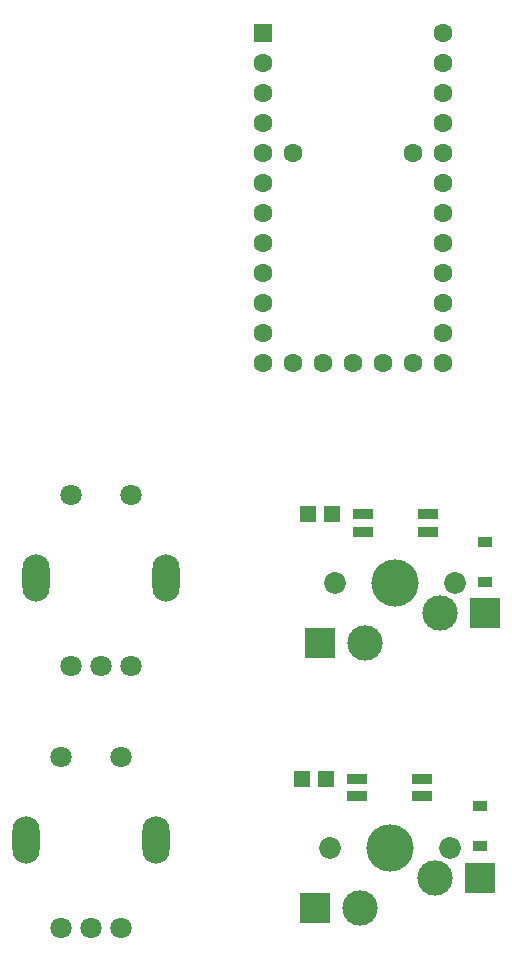
<source format=gbr>
G04 #@! TF.GenerationSoftware,KiCad,Pcbnew,(6.0.2)*
G04 #@! TF.CreationDate,2022-03-11T19:19:16+08:00*
G04 #@! TF.ProjectId,test,74657374-2e6b-4696-9361-645f70636258,rev?*
G04 #@! TF.SameCoordinates,Original*
G04 #@! TF.FileFunction,Soldermask,Bot*
G04 #@! TF.FilePolarity,Negative*
%FSLAX46Y46*%
G04 Gerber Fmt 4.6, Leading zero omitted, Abs format (unit mm)*
G04 Created by KiCad (PCBNEW (6.0.2)) date 2022-03-11 19:19:16*
%MOMM*%
%LPD*%
G01*
G04 APERTURE LIST*
%ADD10O,2.300000X4.000000*%
%ADD11C,1.800000*%
%ADD12R,1.600000X1.600000*%
%ADD13C,1.600000*%
%ADD14C,3.000000*%
%ADD15C,1.850000*%
%ADD16C,4.000000*%
%ADD17R,1.778000X0.889000*%
%ADD18R,1.410000X1.350000*%
%ADD19R,2.540000X2.540000*%
%ADD20R,1.150000X0.950000*%
G04 APERTURE END LIST*
D10*
X30900000Y30350000D03*
X19900000Y30350000D03*
D11*
X22860000Y22850000D03*
X27940000Y22850000D03*
X25400000Y22850000D03*
X22860000Y37350000D03*
X27940000Y37350000D03*
D12*
X40000000Y98700000D03*
D13*
X40000000Y96160000D03*
X40000000Y93620000D03*
X40000000Y91080000D03*
X40000000Y88540000D03*
X40000000Y86000000D03*
X40000000Y83460000D03*
X40000000Y80920000D03*
X40000000Y78380000D03*
X40000000Y75840000D03*
X40000000Y73300000D03*
X40000000Y70760000D03*
X42540000Y70760000D03*
X45080000Y70760000D03*
X47620000Y70760000D03*
X50160000Y70760000D03*
X52700000Y70760000D03*
X55240000Y70760000D03*
X55240000Y73300000D03*
X55240000Y75840000D03*
X55240000Y78380000D03*
X55240000Y80920000D03*
X55240000Y83460000D03*
X55240000Y86000000D03*
X55240000Y88540000D03*
X55240000Y91080000D03*
X55240000Y93620000D03*
X55240000Y96160000D03*
X55240000Y98700000D03*
X42540000Y88540000D03*
X52700000Y88540000D03*
D10*
X31800000Y52550000D03*
X20800000Y52550000D03*
D11*
X23760000Y45050000D03*
X28840000Y45050000D03*
X26300000Y45050000D03*
X23760000Y59550000D03*
X28840000Y59550000D03*
D14*
X48660000Y47020000D03*
D15*
X56280000Y52100000D03*
D14*
X55010000Y49560000D03*
D15*
X46120000Y52100000D03*
D16*
X51200000Y52100000D03*
D17*
X48429000Y57919000D03*
D18*
X45850000Y57919000D03*
D17*
X48429000Y56441000D03*
D19*
X44850000Y47020000D03*
D20*
X58820000Y55595000D03*
D17*
X53971000Y56441000D03*
D18*
X43790000Y57919000D03*
D17*
X53971000Y57919000D03*
D19*
X58820000Y49560000D03*
D20*
X58820000Y52211000D03*
D16*
X50700000Y29700000D03*
D14*
X48160000Y24620000D03*
D15*
X45620000Y29700000D03*
D14*
X54510000Y27160000D03*
D15*
X55780000Y29700000D03*
D18*
X45350000Y35519000D03*
D17*
X47929000Y35519000D03*
X47929000Y34041000D03*
D19*
X44350000Y24620000D03*
D20*
X58320000Y33195000D03*
D17*
X53471000Y34041000D03*
D18*
X43290000Y35519000D03*
D17*
X53471000Y35519000D03*
D19*
X58320000Y27160000D03*
D20*
X58320000Y29811000D03*
M02*

</source>
